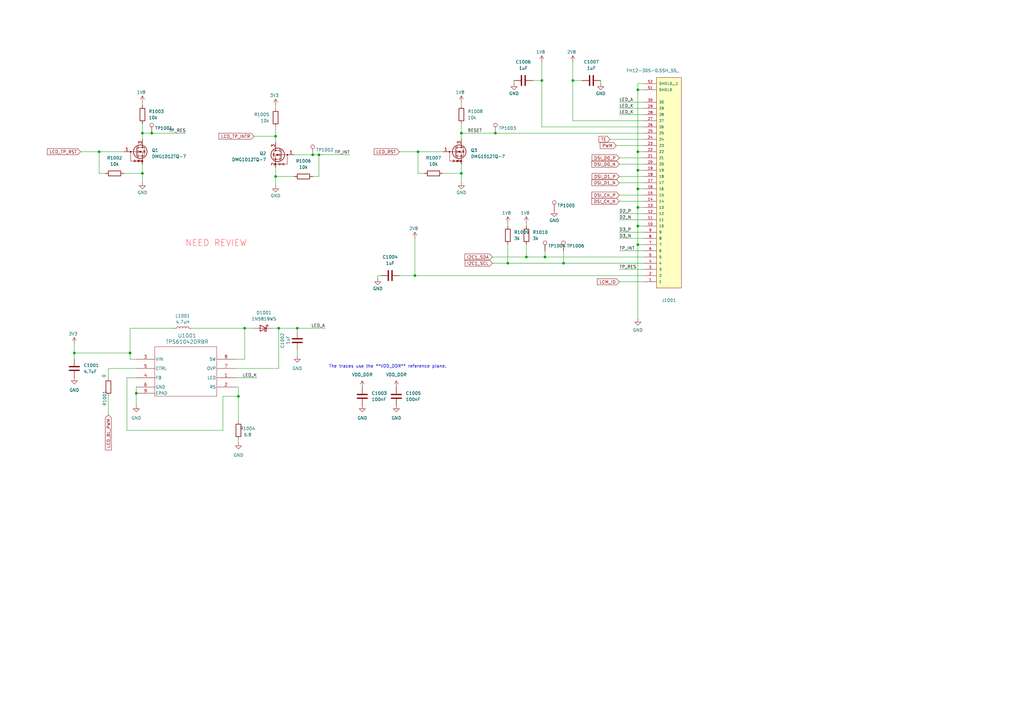
<source format=kicad_sch>
(kicad_sch (version 20250114) (generator "eeschema") (generator_version "9.0")
  (paper "A3")
  (title_block (company "COMPANY_NAME") (comment 1 "Author: Mykola Grodskyi") (comment 2 "Copyright © 2025 Mykola Grodskyi.") (comment 3 "Licensed under CERN-OHL-S v2 (see LICENSE for details)") (comment 4 "PROVIDED \"AS IS\" WITHOUT WARRANTY OF ANY KIND") (comment 5 "Source: github.com/"))
  (lib_symbols
    (symbol "Connector:TestPoint" (pin_numbers (hide yes)) (pin_names (offset 0.762) (hide yes))
      (property "Reference" "TP" (at 0 6.858 0))
      (property "Value" "TestPoint" (at 0 5.08 0))
      (symbol "TestPoint_0_1"
        (circle (center 0 3.302) (radius 0.762))
      )
      (symbol "TestPoint_1_1"
        (pin passive line (at 0 0 90) (length 2.54) (name "1") (number "1"))
      )
    )
    (symbol "Device:C" (pin_numbers (hide yes)) (pin_names (offset 0.254))
      (property "Reference" "C" (at 0.635 2.54 0))
      (property "Value" "C" (at 0.635 -2.54 0))
      (symbol "C_0_1"
        (polyline (pts (xy -2.032 0.762) (xy 2.032 0.762)) (stroke (width 0.508)))
        (polyline (pts (xy -2.032 -0.762) (xy 2.032 -0.762)) (stroke (width 0.508)))
      )
      (symbol "C_1_1"
        (pin passive line (at 0 3.81 270) (length 2.794) (name "~") (number "1"))
        (pin passive line (at 0 -3.81 90) (length 2.794) (name "~") (number "2"))
      )
    )
    (symbol "Device:L" (pin_numbers (hide yes)) (pin_names (offset 1.016) (hide yes))
      (property "Reference" "L" (at -1.27 0 90))
      (property "Value" "L" (at 1.905 0 90))
      (symbol "L_0_1"
        (arc (start 0 2.54) (mid 0.6323 1.905) (end 0 1.27))
        (arc (start 0 1.27) (mid 0.6323 0.635) (end 0 0))
        (arc (start 0 0) (mid 0.6323 -0.635) (end 0 -1.27))
        (arc (start 0 -1.27) (mid 0.6323 -1.905) (end 0 -2.54))
      )
      (symbol "L_1_1"
        (pin passive line (at 0 3.81 270) (length 1.27) (name "1") (number "1"))
        (pin passive line (at 0 -3.81 90) (length 1.27) (name "2") (number "2"))
      )
    )
    (symbol "Device:R" (pin_numbers (hide yes)) (pin_names (offset 0))
      (property "Reference" "R" (at 2.032 0 90))
      (property "Value" "R" (at 0 0 90))
      (symbol "R_0_1"
        (rectangle (start -1.016 -2.54) (end 1.016 2.54) (stroke (width 0.254)))
      )
      (symbol "R_1_1"
        (pin passive line (at 0 3.81 270) (length 1.27) (name "~") (number "1"))
        (pin passive line (at 0 -3.81 90) (length 1.27) (name "~") (number "2"))
      )
    )
    (symbol "Diode:1N5819WS" (pin_numbers (hide yes)) (pin_names (offset 1.016) (hide yes))
      (property "Reference" "D" (at 0 2.54 0))
      (property "Value" "1N5819WS" (at 0 -2.54 0))
      (symbol "1N5819WS_0_1"
        (polyline (pts (xy -1.905 0.635) (xy -1.905 1.27) (xy -1.27 1.27) (xy -1.27 -1.27) (xy -0.635 -1.27) (xy -0.635 -0.635)) (stroke (width 0.254)))
        (polyline (pts (xy 1.27 1.27) (xy 1.27 -1.27) (xy -1.27 0) (xy 1.27 1.27)) (stroke (width 0.254)))
        (polyline (pts (xy 1.27 0) (xy -1.27 0)))
      )
      (symbol "1N5819WS_1_1"
        (pin passive line (at -3.81 0 0) (length 2.54) (name "K") (number "1"))
        (pin passive line (at 3.81 0 180) (length 2.54) (name "A") (number "2"))
      )
    )
    (symbol "FH12-30S-0.5SH_55_:FH12-30S-0.5SH_55_" (pin_names (offset 1.016))
      (property "Reference" "J" (at -5.1031 41.2766 0))
      (property "Value" "FH12-30S-0.5SH_55_" (at -5.0944 -48.3335 0))
      (symbol "FH12-30S-0.5SH_55__0_0"
        (rectangle (start -5.08 -45.72) (end 5.08 40.64) (stroke (width 0.1524)) (fill (type background)))
        (pin passive line (at 10.16 38.1 180) (length 5.08) (name "1") (number "1"))
        (pin passive line (at 10.16 35.56 180) (length 5.08) (name "2") (number "2"))
        (pin passive line (at 10.16 33.02 180) (length 5.08) (name "3") (number "3"))
        (pin passive line (at 10.16 30.48 180) (length 5.08) (name "4") (number "4"))
        (pin passive line (at 10.16 27.94 180) (length 5.08) (name "5") (number "5"))
        (pin passive line (at 10.16 25.4 180) (length 5.08) (name "6") (number "6"))
        (pin passive line (at 10.16 22.86 180) (length 5.08) (name "7") (number "7"))
        (pin passive line (at 10.16 20.32 180) (length 5.08) (name "8") (number "8"))
        (pin passive line (at 10.16 17.78 180) (length 5.08) (name "9") (number "9"))
        (pin passive line (at 10.16 15.24 180) (length 5.08) (name "10") (number "10"))
        (pin passive line (at 10.16 12.7 180) (length 5.08) (name "11") (number "11"))
        (pin passive line (at 10.16 10.16 180) (length 5.08) (name "12") (number "12"))
        (pin passive line (at 10.16 7.62 180) (length 5.08) (name "13") (number "13"))
        (pin passive line (at 10.16 5.08 180) (length 5.08) (name "14") (number "14"))
        (pin passive line (at 10.16 2.54 180) (length 5.08) (name "15") (number "15"))
        (pin passive line (at 10.16 0 180) (length 5.08) (name "16") (number "16"))
        (pin passive line (at 10.16 -2.54 180) (length 5.08) (name "17") (number "17"))
        (pin passive line (at 10.16 -5.08 180) (length 5.08) (name "18") (number "18"))
        (pin passive line (at 10.16 -7.62 180) (length 5.08) (name "19") (number "19"))
        (pin passive line (at 10.16 -10.16 180) (length 5.08) (name "20") (number "20"))
        (pin passive line (at 10.16 -12.7 180) (length 5.08) (name "21") (number "21"))
        (pin passive line (at 10.16 -15.24 180) (length 5.08) (name "22") (number "22"))
        (pin passive line (at 10.16 -17.78 180) (length 5.08) (name "23") (number "23"))
        (pin passive line (at 10.16 -20.32 180) (length 5.08) (name "24") (number "24"))
        (pin passive line (at 10.16 -22.86 180) (length 5.08) (name "25") (number "25"))
        (pin passive line (at 10.16 -25.4 180) (length 5.08) (name "26") (number "26"))
        (pin passive line (at 10.16 -27.94 180) (length 5.08) (name "27") (number "27"))
        (pin passive line (at 10.16 -30.48 180) (length 5.08) (name "28") (number "28"))
        (pin passive line (at 10.16 -33.02 180) (length 5.08) (name "29") (number "29"))
        (pin passive line (at 10.16 -35.56 180) (length 5.08) (name "30") (number "30"))
        (pin passive line (at 10.16 -40.64 180) (length 5.08) (name "SHIELD") (number "S1"))
        (pin passive line (at 10.16 -43.18 180) (length 5.08) (name "SHIELD__1") (number "S2"))
      )
    )
    (symbol "TPS61042:TPS61042DRBR" (pin_names (offset 0.254))
      (property "Reference" "U" (at 27.94 10.16 0))
      (property "Value" "TPS61042DRBR" (at 27.94 7.62 0))
      (symbol "TPS61042DRBR_0_1"
        (polyline (pts (xy 7.62 5.08) (xy 7.62 -15.24)) (stroke (width 0.127)))
        (polyline (pts (xy 7.62 -15.24) (xy 33.02 -15.24)) (stroke (width 0.127)) (fill (type background)))
        (polyline (pts (xy 33.02 5.08) (xy 7.62 5.08)) (stroke (width 0.127)))
        (polyline (pts (xy 33.02 -15.24) (xy 33.02 5.08)) (stroke (width 0.127)))
        (pin input line (at 0 0 0) (length 7.62) (name "VIN") (number "3"))
        (pin input line (at 0 -3.81 0) (length 7.62) (name "CTRL") (number "5"))
        (pin input line (at 0 -7.62 0) (length 7.62) (name "FB") (number "4"))
        (pin power_in line (at 0 -11.43 0) (length 7.62) (name "GND") (number "6"))
        (pin unspecified line (at 0 -13.97 0) (length 7.62) (name "EPAD") (number "9"))
        (pin input line (at 40.64 0 180) (length 7.62) (name "SW") (number "8"))
        (pin input line (at 40.64 -3.81 180) (length 7.62) (name "OVP") (number "7"))
        (pin input line (at 40.64 -7.62 180) (length 7.62) (name "LED") (number "1"))
        (pin output line (at 40.64 -11.43 180) (length 7.62) (name "RS") (number "2"))
      )
    )
    (symbol "Transistor_FET:DMG1012T" (pin_names (offset 0) (hide yes))
      (property "Reference" "Q" (at 5.08 1.905 0))
      (property "Value" "DMG1012T" (at 5.08 0 0))
      (symbol "DMG1012T_0_1"
        (polyline (pts (xy 2.54 -3.81) (xy -2.286 -3.81) (xy -2.286 0)))
      )
      (symbol "DMG1012T_1_1"
        (circle (center -2.286 0) (radius 0.254) (fill (type outline)))
        (polyline (pts (xy -1.016 -4.318) (xy -0.889 -4.191) (xy -0.889 -3.429) (xy -0.762 -3.302)))
        (polyline (pts (xy -0.889 -3.81) (xy -0.254 -4.191) (xy -0.254 -3.429) (xy -0.889 -3.81)))
        (polyline (pts (xy 0.254 1.905) (xy 0.254 -1.905)) (stroke (width 0.254)))
        (polyline (pts (xy 0.254 0) (xy -2.54 0)))
        (polyline (pts (xy 0.762 2.286) (xy 0.762 1.27)) (stroke (width 0.254)))
        (polyline (pts (xy 0.762 0.508) (xy 0.762 -0.508)) (stroke (width 0.254)))
        (polyline (pts (xy 0.762 -1.27) (xy 0.762 -2.286)) (stroke (width 0.254)))
        (polyline (pts (xy 0.762 -1.778) (xy 3.302 -1.778) (xy 3.302 1.778) (xy 0.762 1.778)))
        (polyline (pts (xy 1.016 0) (xy 2.032 0.381) (xy 2.032 -0.381) (xy 1.016 0)) (fill (type outline)))
        (polyline (pts (xy 1.143 -3.81) (xy 0.508 -3.429) (xy 0.508 -4.191) (xy 1.143 -3.81)))
        (polyline (pts (xy 1.27 -3.302) (xy 1.143 -3.429) (xy 1.143 -4.191) (xy 1.016 -4.318)))
        (circle (center 1.651 0) (radius 2.794) (stroke (width 0.254)))
        (polyline (pts (xy 2.54 2.54) (xy 2.54 1.778)))
        (circle (center 2.54 1.778) (radius 0.254) (fill (type outline)))
        (circle (center 2.54 -1.778) (radius 0.254) (fill (type outline)))
        (polyline (pts (xy 2.54 -2.54) (xy 2.54 0) (xy 0.762 0)))
        (circle (center 2.54 -3.81) (radius 0.254) (fill (type outline)))
        (polyline (pts (xy 2.794 0.508) (xy 2.921 0.381) (xy 3.683 0.381) (xy 3.81 0.254)))
        (polyline (pts (xy 3.302 0.381) (xy 2.921 -0.254) (xy 3.683 -0.254) (xy 3.302 0.381)))
        (pin input line (at -5.08 0 0) (length 2.54) (name "G") (number "1"))
        (pin passive line (at 2.54 5.08 270) (length 2.54) (name "D") (number "3"))
        (pin passive line (at 2.54 -5.08 90) (length 2.54) (name "S") (number "2"))
      )
    )
    (symbol "power:+36V" (power) (pin_numbers (hide yes)) (pin_names (offset 0) (hide yes))
      (property "Value" "+36V" (at 0 3.556 0))
      (symbol "+36V_0_1"
        (polyline (pts (xy -0.762 1.27) (xy 0 2.54)))
        (polyline (pts (xy 0 2.54) (xy 0.762 1.27)))
        (polyline (pts (xy 0 0) (xy 0 2.54)))
      )
      (symbol "+36V_1_1"
        (pin power_in line (at 0 0 90) (length 0) (name "~") (number "1"))
      )
    )
    (symbol "power:GND" (power) (pin_numbers (hide yes)) (pin_names (offset 0) (hide yes))
      (property "Value" "GND" (at 0 -3.81 0))
      (symbol "GND_0_1"
        (polyline (pts (xy 0 0) (xy 0 -1.27) (xy 1.27 -1.27) (xy 0 -2.54) (xy -1.27 -1.27) (xy 0 -1.27)))
      )
      (symbol "GND_1_1"
        (pin power_in line (at 0 0 270) (length 0) (name "~") (number "1"))
      )
    )
    (symbol "power:VCC" (power) (pin_numbers (hide yes)) (pin_names (offset 0) (hide yes))
      (property "Value" "VCC" (at 0 3.556 0))
      (symbol "VCC_0_1"
        (polyline (pts (xy -0.762 1.27) (xy 0 2.54)))
        (polyline (pts (xy 0 2.54) (xy 0.762 1.27)))
        (polyline (pts (xy 0 0) (xy 0 2.54)))
      )
      (symbol "VCC_1_1"
        (pin power_in line (at 0 0 90) (length 0) (name "~") (number "1"))
      )
    )
  )
  (text "NEED REVIEW" (at 88.646 99.822 0) (effects (font (size 2.54 2.54))))
  (text "The traces use the **VDD_DDR** reference plane." (at 159.004 150.368 0) (effects (font (size 1.27 1.27))))
  (junction (at 222.25 33.02))
  (junction (at 223.52 105.41))
  (junction (at 114.3 134.62))
  (junction (at 261.62 92.71))
  (junction (at 121.92 134.62))
  (junction (at 208.28 107.95))
  (junction (at 62.23 54.61))
  (junction (at 261.62 36.83))
  (junction (at 113.03 72.39))
  (junction (at 231.14 107.95))
  (junction (at 203.2 54.61))
  (junction (at 215.9 105.41))
  (junction (at 261.62 62.23))
  (junction (at 261.62 100.33))
  (junction (at 40.64 62.23))
  (junction (at 58.42 54.61))
  (junction (at 97.79 162.56))
  (junction (at 30.48 144.78))
  (junction (at 130.81 63.5))
  (junction (at 128.27 63.5))
  (junction (at 189.23 71.12))
  (junction (at 170.18 113.03))
  (junction (at 234.95 33.02))
  (junction (at 261.62 69.85))
  (junction (at 261.62 77.47))
  (junction (at 53.34 144.78))
  (junction (at 171.45 62.23))
  (junction (at 55.88 161.29))
  (junction (at 100.33 134.62))
  (junction (at 189.23 54.61))
  (junction (at 58.42 71.12))
  (junction (at 113.03 55.88))
  (junction (at 261.62 85.09))
  (wire (pts (xy 163.83 113.03) (xy 170.18 113.03)))
  (wire (pts (xy 121.92 134.62) (xy 121.92 135.89)))
  (wire (pts (xy 210.82 34.29) (xy 210.82 33.02)))
  (wire (pts (xy 128.27 72.39) (xy 130.81 72.39)))
  (wire (pts (xy 254 87.63) (xy 264.16 87.63)))
  (wire (pts (xy 128.27 63.5) (xy 120.65 63.5)))
  (wire (pts (xy 130.81 63.5) (xy 128.27 63.5)))
  (wire (pts (xy 58.42 54.61) (xy 62.23 54.61)))
  (wire (pts (xy 97.79 180.34) (xy 97.79 181.61)))
  (wire (pts (xy 154.94 114.3) (xy 154.94 113.03)))
  (wire (pts (xy 58.42 41.91) (xy 58.42 43.18)))
  (wire (pts (xy 58.42 54.61) (xy 58.42 57.15)))
  (wire (pts (xy 40.64 71.12) (xy 40.64 62.23)))
  (wire (pts (xy 261.62 36.83) (xy 264.16 36.83)))
  (wire (pts (xy 223.52 102.87) (xy 223.52 105.41)))
  (wire (pts (xy 254 97.79) (xy 264.16 97.79)))
  (wire (pts (xy 261.62 36.83) (xy 261.62 62.23)))
  (wire (pts (xy 261.62 100.33) (xy 264.16 100.33)))
  (wire (pts (xy 170.18 113.03) (xy 264.16 113.03)))
  (wire (pts (xy 163.83 62.23) (xy 171.45 62.23)))
  (wire (pts (xy 222.25 33.02) (xy 222.25 52.07)))
  (wire (pts (xy 261.62 77.47) (xy 264.16 77.47)))
  (wire (pts (xy 96.52 147.32) (xy 100.33 147.32)))
  (wire (pts (xy 171.45 71.12) (xy 171.45 62.23)))
  (wire (pts (xy 254 72.39) (xy 264.16 72.39)))
  (wire (pts (xy 113.03 43.18) (xy 113.03 44.45)))
  (wire (pts (xy 55.88 158.75) (xy 55.88 161.29)))
  (wire (pts (xy 62.23 54.61) (xy 76.2 54.61)))
  (wire (pts (xy 254 64.77) (xy 264.16 64.77)))
  (wire (pts (xy 254 44.45) (xy 264.16 44.45)))
  (wire (pts (xy 261.62 34.29) (xy 261.62 36.83)))
  (wire (pts (xy 33.02 62.23) (xy 40.64 62.23)))
  (wire (pts (xy 171.45 62.23) (xy 181.61 62.23)))
  (wire (pts (xy 261.62 85.09) (xy 261.62 92.71)))
  (wire (pts (xy 55.88 161.29) (xy 55.88 166.37)))
  (wire (pts (xy 30.48 147.32) (xy 30.48 144.78)))
  (wire (pts (xy 114.3 134.62) (xy 114.3 151.13)))
  (wire (pts (xy 50.8 71.12) (xy 58.42 71.12)))
  (wire (pts (xy 53.34 147.32) (xy 53.34 144.78)))
  (wire (pts (xy 58.42 74.93) (xy 58.42 71.12)))
  (wire (pts (xy 234.95 33.02) (xy 234.95 49.53)))
  (wire (pts (xy 189.23 54.61) (xy 203.2 54.61)))
  (wire (pts (xy 189.23 50.8) (xy 189.23 54.61)))
  (wire (pts (xy 173.99 71.12) (xy 171.45 71.12)))
  (wire (pts (xy 261.62 62.23) (xy 261.62 69.85)))
  (wire (pts (xy 261.62 100.33) (xy 261.62 130.81)))
  (wire (pts (xy 97.79 162.56) (xy 91.44 162.56)))
  (wire (pts (xy 215.9 91.44) (xy 215.9 92.71)))
  (wire (pts (xy 250.19 57.15) (xy 264.16 57.15)))
  (wire (pts (xy 43.18 71.12) (xy 40.64 71.12)))
  (wire (pts (xy 254 80.01) (xy 264.16 80.01)))
  (wire (pts (xy 231.14 107.95) (xy 264.16 107.95)))
  (wire (pts (xy 30.48 140.97) (xy 30.48 144.78)))
  (wire (pts (xy 189.23 74.93) (xy 189.23 71.12)))
  (wire (pts (xy 201.93 107.95) (xy 208.28 107.95)))
  (wire (pts (xy 44.45 170.18) (xy 44.45 162.56)))
  (wire (pts (xy 254 74.93) (xy 264.16 74.93)))
  (wire (pts (xy 44.45 154.94) (xy 44.45 151.13)))
  (wire (pts (xy 113.03 76.2) (xy 113.03 72.39)))
  (wire (pts (xy 208.28 107.95) (xy 231.14 107.95)))
  (wire (pts (xy 261.62 69.85) (xy 264.16 69.85)))
  (wire (pts (xy 254 95.25) (xy 264.16 95.25)))
  (wire (pts (xy 254 46.99) (xy 264.16 46.99)))
  (wire (pts (xy 113.03 72.39) (xy 113.03 68.58)))
  (wire (pts (xy 58.42 50.8) (xy 58.42 54.61)))
  (wire (pts (xy 254 110.49) (xy 264.16 110.49)))
  (wire (pts (xy 234.95 49.53) (xy 264.16 49.53)))
  (wire (pts (xy 130.81 63.5) (xy 143.51 63.5)))
  (wire (pts (xy 246.38 34.29) (xy 246.38 33.02)))
  (wire (pts (xy 234.95 25.4) (xy 234.95 33.02)))
  (wire (pts (xy 113.03 58.42) (xy 113.03 55.88)))
  (wire (pts (xy 181.61 71.12) (xy 189.23 71.12)))
  (wire (pts (xy 203.2 54.61) (xy 264.16 54.61)))
  (wire (pts (xy 264.16 34.29) (xy 261.62 34.29)))
  (wire (pts (xy 201.93 105.41) (xy 215.9 105.41)))
  (wire (pts (xy 264.16 62.23) (xy 261.62 62.23)))
  (wire (pts (xy 223.52 105.41) (xy 264.16 105.41)))
  (wire (pts (xy 91.44 176.53) (xy 52.07 176.53)))
  (wire (pts (xy 52.07 154.94) (xy 55.88 154.94)))
  (wire (pts (xy 170.18 97.79) (xy 170.18 113.03)))
  (wire (pts (xy 238.76 33.02) (xy 234.95 33.02)))
  (wire (pts (xy 231.14 102.87) (xy 231.14 107.95)))
  (wire (pts (xy 215.9 100.33) (xy 215.9 105.41)))
  (wire (pts (xy 215.9 105.41) (xy 223.52 105.41)))
  (wire (pts (xy 264.16 85.09) (xy 261.62 85.09)))
  (wire (pts (xy 113.03 52.07) (xy 113.03 55.88)))
  (wire (pts (xy 100.33 134.62) (xy 100.33 147.32)))
  (wire (pts (xy 261.62 69.85) (xy 261.62 77.47)))
  (wire (pts (xy 44.45 151.13) (xy 55.88 151.13)))
  (wire (pts (xy 222.25 52.07) (xy 264.16 52.07)))
  (wire (pts (xy 96.52 158.75) (xy 97.79 158.75)))
  (wire (pts (xy 208.28 91.44) (xy 208.28 92.71)))
  (wire (pts (xy 218.44 33.02) (xy 222.25 33.02)))
  (wire (pts (xy 111.76 134.62) (xy 114.3 134.62)))
  (wire (pts (xy 121.92 143.51) (xy 121.92 146.05)))
  (wire (pts (xy 261.62 77.47) (xy 261.62 85.09)))
  (wire (pts (xy 208.28 100.33) (xy 208.28 107.95)))
  (wire (pts (xy 30.48 144.78) (xy 53.34 144.78)))
  (wire (pts (xy 120.65 72.39) (xy 113.03 72.39)))
  (wire (pts (xy 104.14 55.88) (xy 113.03 55.88)))
  (wire (pts (xy 254 102.87) (xy 264.16 102.87)))
  (wire (pts (xy 114.3 151.13) (xy 96.52 151.13)))
  (wire (pts (xy 254 41.91) (xy 264.16 41.91)))
  (wire (pts (xy 114.3 134.62) (xy 121.92 134.62)))
  (wire (pts (xy 52.07 176.53) (xy 52.07 154.94)))
  (wire (pts (xy 254 82.55) (xy 264.16 82.55)))
  (wire (pts (xy 55.88 147.32) (xy 53.34 147.32)))
  (wire (pts (xy 78.74 134.62) (xy 100.33 134.62)))
  (wire (pts (xy 97.79 162.56) (xy 97.79 172.72)))
  (wire (pts (xy 97.79 162.56) (xy 97.79 158.75)))
  (wire (pts (xy 96.52 154.94) (xy 105.41 154.94)))
  (wire (pts (xy 254 115.57) (xy 264.16 115.57)))
  (wire (pts (xy 58.42 71.12) (xy 58.42 67.31)))
  (wire (pts (xy 40.64 62.23) (xy 50.8 62.23)))
  (wire (pts (xy 154.94 113.03) (xy 156.21 113.03)))
  (wire (pts (xy 121.92 134.62) (xy 133.35 134.62)))
  (wire (pts (xy 100.33 134.62) (xy 104.14 134.62)))
  (wire (pts (xy 261.62 92.71) (xy 261.62 100.33)))
  (wire (pts (xy 91.44 162.56) (xy 91.44 176.53)))
  (wire (pts (xy 254 90.17) (xy 264.16 90.17)))
  (wire (pts (xy 53.34 144.78) (xy 53.34 134.62)))
  (wire (pts (xy 189.23 57.15) (xy 189.23 54.61)))
  (wire (pts (xy 53.34 134.62) (xy 71.12 134.62)))
  (wire (pts (xy 261.62 92.71) (xy 264.16 92.71)))
  (wire (pts (xy 254 67.31) (xy 264.16 67.31)))
  (wire (pts (xy 189.23 41.91) (xy 189.23 43.18)))
  (wire (pts (xy 252.73 59.69) (xy 264.16 59.69)))
  (wire (pts (xy 130.81 72.39) (xy 130.81 63.5)))
  (wire (pts (xy 222.25 25.4) (xy 222.25 33.02)))
  (wire (pts (xy 189.23 71.12) (xy 189.23 67.31)))
  (label "LED_K" (at 105.41 154.94 180))
  (label "LED_A" (at 133.35 134.62 180))
  (label "LED_K" (at 254 44.45 0))
  (label "D2_N" (at 254 90.17 0))
  (label "D2_P" (at 254 87.63 0))
  (label "TP_RES" (at 254 110.49 0))
  (label "LED_K" (at 254 46.99 0))
  (label "TP_INT" (at 143.51 63.5 180))
  (label "LED_A" (at 254 41.91 0))
  (label "RESET" (at 191.77 54.61 0))
  (label "TP_RES" (at 76.2 54.61 180))
  (label "TP_INT" (at 254 102.87 0))
  (label "D3_P" (at 254 95.25 0))
  (label "D3_N" (at 254 97.79 0))
  (global_label "DSI_D1_N" (shape input) (at 254 74.93 180) (property "Intersheetrefs" "${INTERSHEET_REFS}" (effects (hide yes))))
  (global_label "I2C1_SDA" (shape input) (at 201.93 105.41 180) (property "Intersheetrefs" "${INTERSHEET_REFS}" (effects (hide yes))))
  (global_label "I2C1_SCL" (shape input) (at 201.93 107.95 180) (property "Intersheetrefs" "${INTERSHEET_REFS}" (effects (hide yes))))
  (global_label "LCD_TP_INTR" (shape input) (at 104.14 55.88 180) (property "Intersheetrefs" "${INTERSHEET_REFS}" (effects (hide yes))))
  (global_label "LCM_ID" (shape input) (at 254 115.57 180) (property "Intersheetrefs" "${INTERSHEET_REFS}" (effects (hide yes))))
  (global_label "DSI_CK_P" (shape input) (at 254 80.01 180) (property "Intersheetrefs" "${INTERSHEET_REFS}" (effects (hide yes))))
  (global_label "DSI_D0_P" (shape input) (at 254 64.77 180) (property "Intersheetrefs" "${INTERSHEET_REFS}" (effects (hide yes))))
  (global_label "DSI_D1_P" (shape input) (at 254 72.39 180) (property "Intersheetrefs" "${INTERSHEET_REFS}" (effects (hide yes))))
  (global_label "DSI_CK_N" (shape input) (at 254 82.55 180) (property "Intersheetrefs" "${INTERSHEET_REFS}" (effects (hide yes))))
  (global_label "TE" (shape input) (at 250.19 57.15 180) (property "Intersheetrefs" "${INTERSHEET_REFS}" (effects (hide yes))))
  (global_label "PWM" (shape input) (at 252.73 59.69 180) (property "Intersheetrefs" "${INTERSHEET_REFS}" (effects (hide yes))))
  (global_label "LCD_TP_RST" (shape input) (at 33.02 62.23 180) (property "Intersheetrefs" "${INTERSHEET_REFS}" (effects (hide yes))))
  (global_label "LCD_RST" (shape input) (at 163.83 62.23 180) (property "Intersheetrefs" "${INTERSHEET_REFS}" (effects (hide yes))))
  (global_label "DSI_D0_N" (shape input) (at 254 67.31 180) (property "Intersheetrefs" "${INTERSHEET_REFS}" (effects (hide yes))))
  (global_label "LCD_BL_PWM" (shape input) (at 44.45 170.18 270) (property "Intersheetrefs" "${INTERSHEET_REFS}" (effects (hide yes))))
  (symbol (lib_id "power:VCC") (at 222.25 25.4 0) (unit 1)
    (property "Reference" "#PWR01021" (effects (hide yes)))
    (property "Value" "1V8" (at 221.742 21.336 0))
    (property "Description" "Power symbol creates a global label with name \"VCC\"" (effects (hide yes)))
  )
  (symbol (lib_id "Device:C") (at 242.57 33.02 90) (unit 1)
    (property "Reference" "C1007" (at 242.57 25.4 90))
    (property "Value" "1uF" (at 242.57 27.94 90))
    (property "Footprint" "lib:C_0402_small" (effects (hide yes)))
    (property "Description" "Unpolarized capacitor" (effects (hide yes)))
    (property "LCSC Part #" "C52923" (effects (hide yes)))
    (property "REC P/N" "GRM155R61E105KA12D" (effects (hide yes)))
  )
  (symbol (lib_id "power:VCC") (at 113.03 43.18 0) (unit 1)
    (property "Reference" "#PWR01007" (effects (hide yes)))
    (property "Value" "3V3" (at 112.522 39.116 0))
    (property "Description" "Power symbol creates a global label with name \"VCC\"" (effects (hide yes)))
  )
  (symbol (lib_id "power:GND") (at 113.03 76.2 0) (mirror y) (unit 1)
    (property "Reference" "#PWR01008" (effects (hide yes)))
    (property "Value" "GND" (at 113.03 80.264 0))
    (property "Description" "Power symbol creates a global label with name \"GND\" , ground" (effects (hide yes)))
  )
  (symbol (lib_id "power:GND") (at 227.33 86.36 0) (unit 1)
    (property "Reference" "#PWR01022" (effects (hide yes)))
    (property "Value" "GND" (at 227.33 90.424 0))
    (property "Description" "Power symbol creates a global label with name \"GND\" , ground" (effects (hide yes)))
  )
  (symbol (lib_id "power:GND") (at 30.48 154.94 0) (unit 1)
    (property "Reference" "#PWR01002" (effects (hide yes)))
    (property "Value" "GND" (at 30.48 160.02 0))
    (property "Description" "Power symbol creates a global label with name \"GND\" , ground" (effects (hide yes)))
  )
  (symbol (lib_id "power:+36V") (at 148.59 158.75 0) (unit 1)
    (property "Reference" "#PWR01010" (effects (hide yes)))
    (property "Value" "VDD_DDR" (at 148.59 153.67 0))
    (property "Description" "Power symbol creates a global label with name \"+36V\"" (effects (hide yes)))
  )
  (symbol (lib_id "power:VCC") (at 170.18 97.79 0) (unit 1)
    (property "Reference" "#PWR01015" (effects (hide yes)))
    (property "Value" "2V8" (at 169.672 93.726 0))
    (property "Description" "Power symbol creates a global label with name \"VCC\"" (effects (hide yes)))
  )
  (symbol (lib_id "Connector:TestPoint") (at 203.2 54.61 0) (unit 1)
    (property "Reference" "TP1003" (at 204.47 52.578 0) (effects (justify left)))
    (property "Value" "TestPoint" (effects (hide yes)))
    (property "Footprint" "lib:TP_0.5" (effects (hide yes)))
    (property "Description" "test point" (effects (hide yes)))
  )
  (symbol (lib_id "Connector:TestPoint") (at 62.23 54.61 0) (unit 1)
    (property "Reference" "TP1001" (at 63.5 52.578 0) (effects (justify left)))
    (property "Value" "TestPoint" (effects (hide yes)))
    (property "Footprint" "lib:TP_0.5" (effects (hide yes)))
    (property "Description" "test point" (effects (hide yes)))
  )
  (symbol (lib_id "Device:C") (at 162.56 162.56 0) (unit 1)
    (property "Reference" "C1005" (at 166.37 161.2899 0) (effects (justify left)))
    (property "Value" "100nF" (at 166.37 163.8299 0) (effects (justify left)))
    (property "Footprint" "lib:C_0402_small" (effects (hide yes)))
    (property "Description" "Unpolarized capacitor" (effects (hide yes)))
    (property "LCSC#" "C1525" (effects (hide yes)))
    (property "LCSC Part #" "C307331" (effects (hide yes)))
  )
  (symbol (lib_id "power:GND") (at 162.56 166.37 0) (unit 1)
    (property "Reference" "#PWR01014" (effects (hide yes)))
    (property "Value" "GND" (at 162.56 171.45 0))
    (property "Description" "Power symbol creates a global label with name \"GND\" , ground" (effects (hide yes)))
  )
  (symbol (lib_id "power:VCC") (at 189.23 41.91 0) (unit 1)
    (property "Reference" "#PWR01016" (effects (hide yes)))
    (property "Value" "1V8" (at 188.722 37.846 0))
    (property "Description" "Power symbol creates a global label with name \"VCC\"" (effects (hide yes)))
  )
  (symbol (lib_id "power:GND") (at 154.94 114.3 0) (unit 1)
    (property "Reference" "#PWR01012" (effects (hide yes)))
    (property "Value" "GND" (at 154.94 118.364 0))
    (property "Description" "Power symbol creates a global label with name \"GND\" , ground" (effects (hide yes)))
  )
  (symbol (lib_id "Device:C") (at 148.59 162.56 0) (unit 1)
    (property "Reference" "C1003" (at 152.4 161.2899 0) (effects (justify left)))
    (property "Value" "100nF" (at 152.4 163.8299 0) (effects (justify left)))
    (property "Footprint" "lib:C_0402_small" (effects (hide yes)))
    (property "Description" "Unpolarized capacitor" (effects (hide yes)))
    (property "LCSC#" "C1525" (effects (hide yes)))
    (property "LCSC Part #" "C307331" (effects (hide yes)))
  )
  (symbol (lib_id "power:GND") (at 58.42 74.93 0) (unit 1)
    (property "Reference" "#PWR01005" (effects (hide yes)))
    (property "Value" "GND" (at 58.42 78.994 0))
    (property "Description" "Power symbol creates a global label with name \"GND\" , ground" (effects (hide yes)))
  )
  (symbol (lib_id "power:GND") (at 210.82 34.29 0) (unit 1)
    (property "Reference" "#PWR01019" (effects (hide yes)))
    (property "Value" "GND" (at 210.82 38.354 0))
    (property "Description" "Power symbol creates a global label with name \"GND\" , ground" (effects (hide yes)))
  )
  (symbol (lib_id "power:VCC") (at 208.28 91.44 0) (unit 1)
    (property "Reference" "#PWR01018" (effects (hide yes)))
    (property "Value" "1V8" (at 207.772 87.376 0))
    (property "Description" "Power symbol creates a global label with name \"VCC\"" (effects (hide yes)))
  )
  (symbol (lib_id "power:VCC") (at 58.42 41.91 0) (unit 1)
    (property "Reference" "#PWR01004" (effects (hide yes)))
    (property "Value" "1V8" (at 57.912 37.846 0))
    (property "Description" "Power symbol creates a global label with name \"VCC\"" (effects (hide yes)))
  )
  (symbol (lib_id "power:VCC") (at 30.48 140.97 0) (unit 1)
    (property "Reference" "#PWR01001" (effects (hide yes)))
    (property "Value" "3V3" (at 29.972 136.906 0))
    (property "Description" "Power symbol creates a global label with name \"VCC\"" (effects (hide yes)))
  )
  (symbol (lib_id "Connector:TestPoint") (at 227.33 86.36 0) (unit 1)
    (property "Reference" "TP1005" (at 228.6 84.328 0) (effects (justify left)))
    (property "Value" "TestPoint" (effects (hide yes)))
    (property "Footprint" "lib:TP_0.5" (effects (hide yes)))
    (property "Description" "test point" (effects (hide yes)))
  )
  (symbol (lib_id "Device:C") (at 160.02 113.03 90) (unit 1)
    (property "Reference" "C1004" (at 160.02 105.41 90))
    (property "Value" "1uF" (at 160.02 107.95 90))
    (property "Footprint" "lib:C_0402_small" (effects (hide yes)))
    (property "Description" "Unpolarized capacitor" (effects (hide yes)))
    (property "LCSC Part #" "C52923" (effects (hide yes)))
    (property "REC P/N" "GRM155R61E105KA12D" (effects (hide yes)))
  )
  (symbol (lib_id "power:+36V") (at 162.56 158.75 0) (unit 1)
    (property "Reference" "#PWR01013" (effects (hide yes)))
    (property "Value" "VDD_DDR" (at 162.56 153.67 0))
    (property "Description" "Power symbol creates a global label with name \"+36V\"" (effects (hide yes)))
  )
  (symbol (lib_id "power:GND") (at 97.79 181.61 0) (unit 1)
    (property "Reference" "#PWR01006" (effects (hide yes)))
    (property "Value" "GND" (at 97.79 186.69 0))
    (property "Description" "Power symbol creates a global label with name \"GND\" , ground" (effects (hide yes)))
  )
  (symbol (lib_id "power:GND") (at 189.23 74.93 0) (unit 1)
    (property "Reference" "#PWR01017" (effects (hide yes)))
    (property "Value" "GND" (at 189.23 78.994 0))
    (property "Description" "Power symbol creates a global label with name \"GND\" , ground" (effects (hide yes)))
  )
  (symbol (lib_id "Connector:TestPoint") (at 223.52 102.87 0) (unit 1)
    (property "Reference" "TP1004" (at 224.79 100.838 0) (effects (justify left)))
    (property "Value" "TestPoint" (effects (hide yes)))
    (property "Footprint" "lib:TP_0.5" (effects (hide yes)))
    (property "Description" "test point" (effects (hide yes)))
  )
  (symbol (lib_id "power:GND") (at 148.59 166.37 0) (unit 1)
    (property "Reference" "#PWR01011" (effects (hide yes)))
    (property "Value" "GND" (at 148.59 171.45 0))
    (property "Description" "Power symbol creates a global label with name \"GND\" , ground" (effects (hide yes)))
  )
  (symbol (lib_id "Device:R") (at 44.45 158.75 0) (unit 1)
    (property "Reference" "R1001" (at 42.926 163.322 90))
    (property "Value" "0" (at 42.672 154.178 90))
    (property "Footprint" "Resistor_SMD:R_0402_1005Metric" (effects (hide yes)))
    (property "Description" "Resistor" (effects (hide yes)))
    (property "LCSC Part #" "C17168" (effects (hide yes)))
  )
  (symbol (lib_id "Device:C") (at 214.63 33.02 270) (mirror x) (unit 1)
    (property "Reference" "C1006" (at 214.63 25.4 90))
    (property "Value" "1uF" (at 214.63 27.94 90))
    (property "Footprint" "lib:C_0402_small" (effects (hide yes)))
    (property "Description" "Unpolarized capacitor" (effects (hide yes)))
    (property "LCSC Part #" "C52923" (effects (hide yes)))
    (property "REC P/N" "GRM155R61E105KA12D" (effects (hide yes)))
  )
  (symbol (lib_id "Device:R") (at 208.28 96.52 180) (unit 1)
    (property "Reference" "R1009" (at 210.82 95.2499 0) (effects (justify right)))
    (property "Value" "3k" (at 210.82 97.7899 0) (effects (justify right)))
    (property "Footprint" "Resistor_SMD:R_0402_1005Metric" (effects (hide yes)))
    (property "Description" "Resistor" (effects (hide yes)))
    (property "LCSC Part #" "C25784" (effects (hide yes)))
  )
  (symbol (lib_id "Device:R") (at 46.99 71.12 270) (unit 1)
    (property "Reference" "R1002" (at 46.99 64.77 90))
    (property "Value" "10k" (at 46.99 67.31 90))
    (property "Footprint" "Resistor_SMD:R_0402_1005Metric" (effects (hide yes)))
    (property "Description" "Resistor" (effects (hide yes)))
    (property "LCSC Part #" "C25744" (effects (hide yes)))
  )
  (symbol (lib_id "FH12-30S-0.5SH_55_:FH12-30S-0.5SH_55_") (at 274.32 77.47 180) (unit 1)
    (property "Reference" "J1001" (at 274.32 123.19 0))
    (property "Value" "FH12-30S-0.5SH_55_" (at 267.716 28.956 0))
    (property "Footprint" "lib:HIROSE_FH12-30S-0.5SH_55_" (effects (hide yes)))
    (property "STANDARD" "Manufacturer Recommendation" (effects (hide yes)))
    (property "MANUFACTURER" "Hirose" (effects (hide yes)))
    (property "LCSC#" " C506793" (effects (hide yes)))
    (property "LCSC Part #" "C506793" (effects (hide yes)))
  )
  (symbol (lib_id "TPS61042:TPS61042DRBR") (at 55.88 147.32 0) (unit 1)
    (property "Reference" "U1001" (at 76.708 137.668 0) (effects (font (size 1.524 1.524))))
    (property "Value" "TPS61042DRBR" (at 76.708 140.208 0) (effects (font (size 1.524 1.524))))
    (property "Footprint" "lib:DRB8_1P75X1P5" (effects (hide yes)))
    (property "Datasheet" "TPS61042DRBR" (effects (hide yes)))
    (property "LCSC#" "C91304" (effects (hide yes)))
    (property "LCSC Part #" "C91304" (effects (hide yes)))
  )
  (symbol (lib_id "Device:C") (at 30.48 151.13 180) (unit 1)
    (property "Reference" "C1001" (at 34.29 149.8599 0) (effects (justify right)))
    (property "Value" "4.7uF" (at 34.29 152.3999 0) (effects (justify right)))
    (property "Footprint" "lib:C_0402_small" (effects (hide yes)))
    (property "Description" "Unpolarized capacitor" (effects (hide yes)))
    (property "Mouser P/N" "81-GRM155R60J475ME7J" (effects (hide yes)))
    (property "LCSC Part #" "C23733" (effects (hide yes)))
    (property "REC P/N" "GRM155R60J475ME47" (effects (hide yes)))
  )
  (symbol (lib_id "Transistor_FET:DMG1012T") (at 55.88 62.23 0) (unit 1)
    (property "Reference" "Q1" (at 62.23 61.6584 0) (effects (justify left)))
    (property "Value" "DMG1012TQ-7" (at 62.23 64.1984 0) (effects (justify left)))
    (property "Footprint" "Package_TO_SOT_SMD:SOT-523" (effects (hide yes)))
    (property "Datasheet" "https://www.diodes.com/assets/Datasheets/ds31783.pdf" (effects (hide yes)))
    (property "Description" "20V Vds, 0.63 Id, N-Channel MOSFET with ESD protection, SOT-523" (effects (hide yes)))
  )
  (symbol (lib_id "power:GND") (at 246.38 34.29 0) (unit 1)
    (property "Reference" "#PWR01024" (effects (hide yes)))
    (property "Value" "GND" (at 246.38 38.354 0))
    (property "Description" "Power symbol creates a global label with name \"GND\" , ground" (effects (hide yes)))
  )
  (symbol (lib_id "Device:R") (at 189.23 46.99 180) (unit 1)
    (property "Reference" "R1008" (at 191.77 45.7199 0) (effects (justify right)))
    (property "Value" "10k" (at 191.77 48.2599 0) (effects (justify right)))
    (property "Footprint" "Resistor_SMD:R_0402_1005Metric" (effects (hide yes)))
    (property "Description" "Resistor" (effects (hide yes)))
    (property "LCSC Part #" "C25744" (effects (hide yes)))
  )
  (symbol (lib_id "power:VCC") (at 234.95 25.4 0) (unit 1)
    (property "Reference" "#PWR01023" (effects (hide yes)))
    (property "Value" "2V8" (at 234.442 21.336 0))
    (property "Description" "Power symbol creates a global label with name \"VCC\"" (effects (hide yes)))
  )
  (symbol (lib_id "Device:R") (at 113.03 48.26 0) (mirror x) (unit 1)
    (property "Reference" "R1005" (at 110.49 46.9899 0) (effects (justify right)))
    (property "Value" "10k" (at 110.49 49.5299 0) (effects (justify right)))
    (property "Footprint" "Resistor_SMD:R_0402_1005Metric" (effects (hide yes)))
    (property "Description" "Resistor" (effects (hide yes)))
    (property "LCSC Part #" "C25744" (effects (hide yes)))
  )
  (symbol (lib_id "Device:C") (at 121.92 139.7 180) (unit 1)
    (property "Reference" "C1002" (at 115.824 139.7 90))
    (property "Value" "1uF" (at 118.11 139.446 90))
    (property "Footprint" "lib:C_0402_small" (effects (hide yes)))
    (property "Description" "Unpolarized capacitor" (effects (hide yes)))
    (property "Mouser P/N" "81-GRM155R61E105KA2D" (effects (hide yes)))
    (property "LCSC Part #" "C52923" (effects (hide yes)))
    (property "REC P/N" "GRM155R61E105KA12D" (effects (hide yes)))
  )
  (symbol (lib_id "power:GND") (at 261.62 130.81 0) (unit 1)
    (property "Reference" "#PWR01025" (effects (hide yes)))
    (property "Value" "GND" (at 261.62 135.382 0))
    (property "Description" "Power symbol creates a global label with name \"GND\" , ground" (effects (hide yes)))
  )
  (symbol (lib_id "Connector:TestPoint") (at 231.14 102.87 0) (unit 1)
    (property "Reference" "TP1006" (at 232.41 100.838 0) (effects (justify left)))
    (property "Value" "TestPoint" (effects (hide yes)))
    (property "Footprint" "lib:TP_0.5" (effects (hide yes)))
    (property "Description" "test point" (effects (hide yes)))
  )
  (symbol (lib_id "Transistor_FET:DMG1012T") (at 115.57 63.5 0) (mirror y) (unit 1)
    (property "Reference" "Q2" (at 109.22 62.9284 0) (effects (justify left)))
    (property "Value" "DMG1012TQ-7" (at 109.22 65.4684 0) (effects (justify left)))
    (property "Footprint" "Package_TO_SOT_SMD:SOT-523" (effects (hide yes)))
    (property "Datasheet" "https://www.diodes.com/assets/Datasheets/ds31783.pdf" (effects (hide yes)))
    (property "Description" "20V Vds, 0.63 Id, N-Channel MOSFET with ESD protection, SOT-523" (effects (hide yes)))
  )
  (symbol (lib_id "Connector:TestPoint") (at 128.27 63.5 0) (unit 1)
    (property "Reference" "TP1002" (at 129.54 61.468 0) (effects (justify left)))
    (property "Value" "TestPoint" (effects (hide yes)))
    (property "Footprint" "lib:TP_0.5" (effects (hide yes)))
    (property "Description" "test point" (effects (hide yes)))
  )
  (symbol (lib_id "Device:R") (at 97.79 176.53 180) (unit 1)
    (property "Reference" "R1004" (at 101.6 175.768 0))
    (property "Value" "6.8" (at 101.6 178.308 0))
    (property "Footprint" "Resistor_SMD:R_0402_1005Metric" (effects (hide yes)))
    (property "Description" "Resistor" (effects (hide yes)))
    (property "LCSC#" "C23164" (effects (hide yes)))
    (property "LCSC Part #" "C38373" (effects (hide yes)))
  )
  (symbol (lib_id "power:VCC") (at 215.9 91.44 0) (unit 1)
    (property "Reference" "#PWR01020" (effects (hide yes)))
    (property "Value" "1V8" (at 215.392 87.376 0))
    (property "Description" "Power symbol creates a global label with name \"VCC\"" (effects (hide yes)))
  )
  (symbol (lib_id "Device:R") (at 177.8 71.12 270) (unit 1)
    (property "Reference" "R1007" (at 177.8 64.77 90))
    (property "Value" "10k" (at 177.8 67.31 90))
    (property "Footprint" "Resistor_SMD:R_0402_1005Metric" (effects (hide yes)))
    (property "Description" "Resistor" (effects (hide yes)))
    (property "LCSC Part #" "C25744" (effects (hide yes)))
  )
  (symbol (lib_id "power:GND") (at 55.88 166.37 0) (unit 1)
    (property "Reference" "#PWR01003" (effects (hide yes)))
    (property "Value" "GND" (at 55.88 171.45 0))
    (property "Description" "Power symbol creates a global label with name \"GND\" , ground" (effects (hide yes)))
  )
  (symbol (lib_id "power:GND") (at 121.92 146.05 0) (unit 1)
    (property "Reference" "#PWR01009" (effects (hide yes)))
    (property "Value" "GND" (at 121.92 151.13 0))
    (property "Description" "Power symbol creates a global label with name \"GND\" , ground" (effects (hide yes)))
  )
  (symbol (lib_id "Device:L") (at 74.93 134.62 90) (unit 1)
    (property "Reference" "L1001" (at 74.93 129.54 90))
    (property "Value" "4.7uH" (at 74.93 132.08 90))
    (property "Footprint" "Inductor_SMD:L_1210_3225Metric" (effects (hide yes)))
    (property "Description" "DFE322512F-4R7M=P2" (effects (hide yes)))
    (property "LCSC#" "C703083" (effects (hide yes)))
    (property "LCSC Part #" "C703083" (effects (hide yes)))
    (property "REC P/N" "DFE322512F-4R7M=P2" (effects (hide yes)))
  )
  (symbol (lib_id "Transistor_FET:DMG1012T") (at 186.69 62.23 0) (unit 1)
    (property "Reference" "Q3" (at 193.04 61.6584 0) (effects (justify left)))
    (property "Value" "DMG1012TQ-7" (at 193.04 64.1984 0) (effects (justify left)))
    (property "Footprint" "Package_TO_SOT_SMD:SOT-523" (effects (hide yes)))
    (property "Datasheet" "https://www.diodes.com/assets/Datasheets/ds31783.pdf" (effects (hide yes)))
    (property "Description" "20V Vds, 0.63 Id, N-Channel MOSFET with ESD protection, SOT-523" (effects (hide yes)))
  )
  (symbol (lib_id "Device:R") (at 58.42 46.99 180) (unit 1)
    (property "Reference" "R1003" (at 60.96 45.7199 0) (effects (justify right)))
    (property "Value" "10k" (at 60.96 48.2599 0) (effects (justify right)))
    (property "Footprint" "Resistor_SMD:R_0402_1005Metric" (effects (hide yes)))
    (property "Description" "Resistor" (effects (hide yes)))
    (property "LCSC Part #" "C25744" (effects (hide yes)))
  )
  (symbol (lib_id "Diode:1N5819WS") (at 107.95 134.62 0) (mirror y) (unit 1)
    (property "Reference" "D1001" (at 108.2675 128.27 0))
    (property "Value" "1N5819WS" (at 108.2675 130.81 0))
    (property "Footprint" "Diode_SMD:D_SOD-323" (effects (hide yes)))
    (property "Datasheet" "https://datasheet.lcsc.com/lcsc/2204281430_Guangdong-Hottech-1N5819WS_C191023.pdf" (effects (hide yes)))
    (property "Description" "40V 600mV@1A 1A SOD-323 Schottky Barrier Diodes, SOD-323" (effects (hide yes)))
    (property "LCSC#" "C191023" (effects (hide yes)))
    (property "LCSC Part #" "C191023" (effects (hide yes)))
  )
  (symbol (lib_id "Device:R") (at 215.9 96.52 180) (unit 1)
    (property "Reference" "R1010" (at 218.44 95.2499 0) (effects (justify right)))
    (property "Value" "3k" (at 218.44 97.7899 0) (effects (justify right)))
    (property "Footprint" "Resistor_SMD:R_0402_1005Metric" (effects (hide yes)))
    (property "Description" "Resistor" (effects (hide yes)))
    (property "LCSC Part #" "C25784" (effects (hide yes)))
  )
  (symbol (lib_id "Device:R") (at 124.46 72.39 90) (mirror x) (unit 1)
    (property "Reference" "R1006" (at 124.46 66.04 90))
    (property "Value" "10k" (at 124.46 68.58 90))
    (property "Footprint" "Resistor_SMD:R_0402_1005Metric" (effects (hide yes)))
    (property "Description" "Resistor" (effects (hide yes)))
    (property "LCSC Part #" "C25744" (effects (hide yes)))
  )
)
</source>
